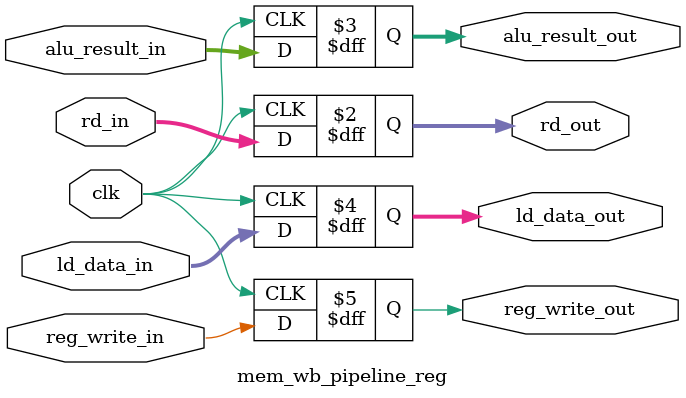
<source format=v>
module mem_wb_pipeline_reg (
    input clk,
    input [4:0]  rd_in,
    input [31:0] alu_result_in,
    input [31:0] ld_data_in,
    input reg_write_in,

    output reg [4:0]  rd_out,
    output reg [31:0] alu_result_out,
    output reg [31:0] ld_data_out,
    output reg reg_write_out
);

    always @(posedge clk) begin
        rd_out <= rd_in;
        alu_result_out <= alu_result_in;
        ld_data_out <= ld_data_in;
        reg_write_out <= reg_write_in;
    end

endmodule

</source>
